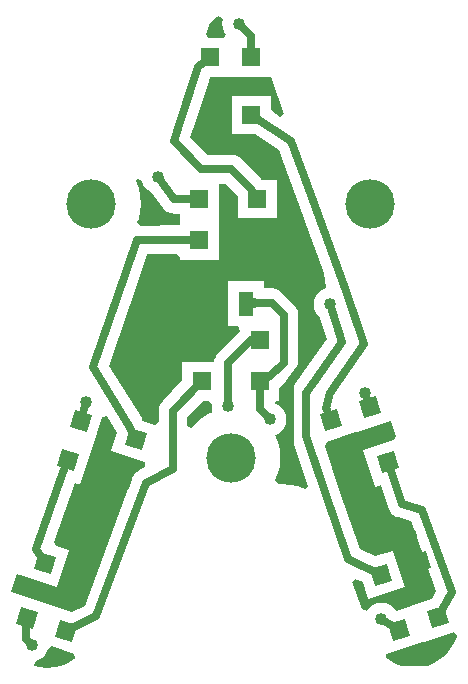
<source format=gtl>
%FSLAX25Y25*%
%MOIN*%
G70*
G01*
G75*
G04 Layer_Physical_Order=1*
G04 Layer_Color=255*
%ADD10R,0.05000X0.08000*%
%ADD11R,0.05906X0.05906*%
%ADD12P,0.08352X4X297.0*%
%ADD13P,0.08352X4X207.0*%
%ADD14R,0.05906X0.05906*%
%ADD15P,0.08352X4X153.0*%
%ADD16C,0.02500*%
%ADD17C,0.16500*%
%ADD18C,0.04000*%
G36*
X542283Y432710D02*
X542420Y432424D01*
X540472Y426429D01*
X551727Y422772D01*
X551839Y421276D01*
X549857Y420285D01*
X549405Y419979D01*
X548943Y419689D01*
X548888Y419630D01*
X548821Y419585D01*
X548463Y419172D01*
X548092Y418772D01*
X548055Y418701D01*
X548002Y418640D01*
X547763Y418149D01*
X547508Y417666D01*
X531666Y374939D01*
X527460Y372836D01*
X521507Y374771D01*
Y374771D01*
X521507Y374771D01*
X521329Y374828D01*
X520498Y375098D01*
D01*
X520498Y375098D01*
D01*
D01*
D01*
X520498Y375098D01*
D01*
Y375098D01*
X508224Y379086D01*
X508224Y379086D01*
X508224D01*
X507091Y379482D01*
X509185Y385489D01*
X510197Y385160D01*
X510197Y385160D01*
X522471Y381172D01*
X526459Y393446D01*
X522031Y394884D01*
X521367Y396229D01*
X528307Y415893D01*
X530140Y415297D01*
X534128Y427571D01*
X534128Y427571D01*
X534128D01*
D01*
D01*
Y427571D01*
X534398Y428402D01*
X534398D01*
X534398Y428402D01*
X537487Y437907D01*
X538976Y438085D01*
X542283Y432710D01*
D02*
G37*
G36*
X635375Y431658D02*
X634708Y430314D01*
X624502Y426998D01*
X628490Y414724D01*
X630215Y415285D01*
X632980Y407412D01*
X633141Y407093D01*
X633266Y406758D01*
X633423Y406538D01*
X633545Y406296D01*
X633783Y406030D01*
X633990Y405739D01*
X634199Y405566D01*
X634379Y405365D01*
X634679Y405169D01*
X634954Y404942D01*
X635200Y404829D01*
X635426Y404681D01*
X635766Y404570D01*
X636091Y404421D01*
X640312Y403122D01*
X648748Y379924D01*
X647262Y377267D01*
X641202Y375298D01*
X641202Y375298D01*
Y375298D01*
X640371Y375028D01*
D01*
X635238Y373360D01*
X634423Y374423D01*
X633274Y375304D01*
X631936Y375858D01*
X630500Y376047D01*
X629064Y375858D01*
X627726Y375304D01*
X626577Y374423D01*
X625696Y373274D01*
X623981Y373984D01*
X620712Y383030D01*
X621828Y384033D01*
X624262Y382844D01*
X626124Y377114D01*
X638398Y381102D01*
X634410Y393375D01*
X628479Y391448D01*
X623374Y393940D01*
X616535Y413546D01*
X611585Y428396D01*
X612261Y429735D01*
X621698Y432802D01*
X621698Y432802D01*
X622529Y433072D01*
D01*
X622529Y433072D01*
X622529D01*
X633625Y436677D01*
X635375Y431658D01*
D02*
G37*
G36*
X528097Y359060D02*
X528390Y357588D01*
X527912Y357181D01*
X525926Y355964D01*
X523775Y355072D01*
X521510Y354529D01*
X519188Y354346D01*
X516866Y354529D01*
X514678Y355054D01*
X514690Y355285D01*
X515241Y356616D01*
X515436Y356642D01*
X516774Y357196D01*
X517923Y358077D01*
X518804Y359226D01*
X519358Y360564D01*
X519374Y360681D01*
X520642Y361482D01*
X528097Y359060D01*
D02*
G37*
G36*
X655693Y365061D02*
X655583Y364602D01*
X654692Y362450D01*
X653475Y360464D01*
X651962Y358693D01*
X650191Y357181D01*
X648205Y355964D01*
X646054Y355072D01*
X645752Y355000D01*
X637182D01*
X636881Y355072D01*
X634729Y355964D01*
X632743Y357181D01*
X632172Y357669D01*
X632085Y358766D01*
Y358766D01*
X632085D01*
D01*
Y358766D01*
X644359Y362754D01*
X644359Y362754D01*
Y362754D01*
X645190Y363024D01*
D01*
X645190Y363024D01*
X645190D01*
X654592Y366079D01*
X655693Y365061D01*
D02*
G37*
G36*
X597959Y538985D02*
X596782Y538054D01*
X593542Y540121D01*
Y545007D01*
X580637D01*
Y532102D01*
X588297D01*
X596539Y526844D01*
X602432Y510324D01*
X602443Y510302D01*
X602448Y510279D01*
X611391Y485968D01*
X612064Y480858D01*
X610726Y480304D01*
X609577Y479423D01*
X608696Y478274D01*
X608142Y476936D01*
X607952Y475500D01*
X608142Y474064D01*
X608696Y472726D01*
X609577Y471577D01*
X609773Y471427D01*
X612211Y463809D01*
X604092Y452271D01*
X601601Y448785D01*
X601493Y448581D01*
X601353Y448399D01*
X601200Y448032D01*
X601014Y447681D01*
X600961Y447456D01*
X600873Y447244D01*
X600821Y446850D01*
X600731Y446462D01*
X600739Y446232D01*
X600709Y446004D01*
X600698Y431538D01*
X600717Y431393D01*
X600706Y431247D01*
X600798Y430775D01*
X600860Y430298D01*
X600916Y430163D01*
X600944Y430019D01*
X606008Y414824D01*
X604911Y413802D01*
X602567Y414773D01*
X600080Y415370D01*
X597530Y415571D01*
Y415553D01*
X595886D01*
X595053Y416800D01*
X596041Y419185D01*
X596647Y421711D01*
X596851Y424300D01*
X596647Y426889D01*
X596041Y429415D01*
X595047Y431814D01*
X595056Y431840D01*
X596168Y432301D01*
X597317Y433183D01*
X598199Y434332D01*
X598753Y435670D01*
X598942Y437106D01*
X598753Y438541D01*
X598199Y439879D01*
X597317Y441028D01*
X596168Y441910D01*
X594830Y442464D01*
X594809Y442467D01*
X594791Y442485D01*
X595664Y443358D01*
X596398D01*
Y447718D01*
X596607Y447853D01*
X596735Y447995D01*
X596888Y448112D01*
X601388Y452612D01*
Y452612D01*
D01*
D01*
D01*
X601388Y452612D01*
D01*
Y452612D01*
D01*
X601388D01*
Y452612D01*
D01*
Y452612D01*
Y452612D01*
X601388D01*
D01*
D01*
Y452612D01*
D01*
D01*
D01*
D01*
D01*
D01*
Y452612D01*
D01*
D01*
X601388D01*
D01*
X601388Y452612D01*
D01*
D01*
X602149Y453605D01*
X602628Y454760D01*
X602791Y456000D01*
Y472000D01*
X602647Y473096D01*
X602628Y473240D01*
X602149Y474396D01*
X601388Y475388D01*
X597388Y479388D01*
D01*
X597388Y479388D01*
D01*
D01*
D01*
X597388Y479388D01*
X597388Y479388D01*
X596395Y480149D01*
X596057Y480289D01*
X595240Y480628D01*
X594000Y480791D01*
X591300D01*
Y483100D01*
X579300D01*
Y468100D01*
X582865D01*
X583439Y466714D01*
X576112Y459388D01*
X575351Y458395D01*
X575211Y458057D01*
X574872Y457240D01*
X574744Y456263D01*
X564202D01*
Y450084D01*
X557585Y443361D01*
X557220Y442877D01*
X556851Y442395D01*
X556844Y442378D01*
X556832Y442362D01*
X556604Y441800D01*
X556372Y441240D01*
X556370Y441221D01*
X556362Y441203D01*
X556288Y440601D01*
X556209Y440000D01*
Y436161D01*
X554995Y435280D01*
X551064Y436557D01*
X550828Y437055D01*
X550687Y437274D01*
X550580Y437511D01*
X539770Y455078D01*
X550054Y484788D01*
X550059Y484811D01*
X550069Y484832D01*
X552529Y492170D01*
X562339Y492196D01*
X563402Y491137D01*
Y490357D01*
X576307D01*
Y503263D01*
D01*
Y503263D01*
X576307Y503263D01*
Y504137D01*
X576307D01*
Y515709D01*
X578515D01*
X582693Y511532D01*
Y504137D01*
X595598D01*
Y517042D01*
X590653D01*
X590388Y517388D01*
X583888Y523888D01*
X582896Y524649D01*
X582557Y524789D01*
X581740Y525128D01*
X580500Y525291D01*
X572507D01*
X566761Y531132D01*
X568270Y535660D01*
X568270Y535660D01*
X573045Y549985D01*
Y549985D01*
X573515Y551393D01*
X579763D01*
Y551393D01*
X579763D01*
X579763Y551393D01*
X580637D01*
Y551393D01*
X593542D01*
X593542Y551393D01*
Y551393D01*
X593628Y551407D01*
X597959Y538985D01*
D02*
G37*
G36*
X577509Y571028D02*
X577669Y570502D01*
X577642Y570436D01*
X577453Y569000D01*
X577642Y567564D01*
X578196Y566226D01*
X578643Y565644D01*
X577979Y564298D01*
X572816D01*
X571948Y565521D01*
X572547Y567240D01*
X572547D01*
D01*
X572558Y567236D01*
X572558D01*
X572695Y567688D01*
X573459Y569117D01*
X574486Y570369D01*
X575738Y571396D01*
X576124Y571602D01*
X577509Y571028D01*
D02*
G37*
G36*
X574049Y442230D02*
X573952Y441500D01*
X574142Y440064D01*
X574303Y439675D01*
X572786Y439047D01*
X570572Y437690D01*
X568597Y436003D01*
X567198Y434366D01*
X565791Y434885D01*
Y438038D01*
X571026Y443358D01*
X573060D01*
X574049Y442230D01*
D02*
G37*
G36*
X550658Y516525D02*
X551196Y515226D01*
X552077Y514077D01*
X553226Y513196D01*
X553737Y512984D01*
X557636Y507667D01*
X557890Y507403D01*
X558112Y507112D01*
X558320Y506953D01*
X558501Y506763D01*
X558814Y506574D01*
X559104Y506351D01*
X559347Y506251D01*
X559571Y506115D01*
X559922Y506012D01*
X560260Y505872D01*
X560520Y505838D01*
X560772Y505765D01*
X561137Y505757D01*
X561500Y505709D01*
X563402D01*
Y504137D01*
X563402Y504137D01*
X563402Y503263D01*
X563402D01*
Y501781D01*
X550005Y501745D01*
X549170Y502991D01*
X549541Y503886D01*
X550147Y506411D01*
X550351Y509000D01*
X550147Y511589D01*
X549541Y514115D01*
X548547Y516514D01*
X548654Y516843D01*
X549272Y517099D01*
X550658Y516525D01*
D02*
G37*
D10*
X585300Y475600D02*
D03*
X574300D02*
D03*
D11*
X570654Y449810D02*
D03*
Y463590D02*
D03*
X589946Y449810D02*
D03*
Y463590D02*
D03*
X589146Y510590D02*
D03*
Y496810D02*
D03*
X569854Y510590D02*
D03*
Y496810D02*
D03*
D12*
X518328Y389303D02*
D03*
X531433Y385045D02*
D03*
X512367Y370955D02*
D03*
X525472Y366697D02*
D03*
D13*
X548603Y430572D02*
D03*
X544345Y417467D02*
D03*
X530256Y436533D02*
D03*
X525997Y423428D02*
D03*
D14*
X587090Y538554D02*
D03*
X573310D02*
D03*
X587090Y557846D02*
D03*
X573310D02*
D03*
D15*
X632633Y422856D02*
D03*
X619528Y418597D02*
D03*
X626672Y441203D02*
D03*
X630267Y385244D02*
D03*
X643372Y389503D02*
D03*
X636228Y366897D02*
D03*
X649333Y371156D02*
D03*
X613567Y436944D02*
D03*
D16*
X561000Y440000D02*
X570654Y449810D01*
X561000Y420500D02*
Y440000D01*
X552000Y416000D02*
X561000Y420500D01*
X535500Y371500D02*
X552000Y416000D01*
X529500Y368500D02*
X535500Y371500D01*
X525472Y366697D02*
X529500Y368500D01*
X515500Y394000D02*
X518328Y389303D01*
X515500Y394000D02*
X524500Y419500D01*
X525997Y423428D01*
X546500Y435000D02*
X548603Y430572D01*
X534500Y454500D02*
X546500Y435000D01*
X568500Y551500D02*
X569500Y554500D01*
X573310Y557846D01*
X587090Y538554D02*
X600500Y530000D01*
X606945Y511933D01*
X632633Y422856D02*
X637500Y409000D01*
X644000Y407000D01*
X654000Y379500D01*
X649333Y371156D02*
X654000Y379500D01*
X619500Y390500D02*
X630267Y385244D01*
X612000Y412000D02*
X619500Y390500D01*
X537500Y402000D02*
X540500Y405000D01*
X543500Y413500D02*
X544345Y417467D01*
X570500Y467000D02*
X570654Y463590D01*
X570500Y467000D02*
X574500Y471500D01*
Y474000D01*
X573000Y535500D02*
X573310Y538554D01*
X573000Y530500D02*
Y535500D01*
X624500Y404000D02*
X640500Y398500D01*
X643372Y389503D01*
X630500Y370500D02*
X636228Y366897D01*
X625000Y446000D02*
X626672Y441203D01*
X589946Y449810D02*
X590000Y444520D01*
X530256Y436533D02*
X531500Y440500D01*
X532000Y443000D01*
X512000Y368000D02*
X512367Y370955D01*
X512000Y364000D02*
Y368000D01*
Y364000D02*
X514000Y362000D01*
X587000Y561500D02*
X587090Y557846D01*
X587000Y561500D02*
Y565000D01*
X583000Y569000D02*
X587000Y565000D01*
X590000Y444520D02*
X590000Y440500D01*
X593395Y437106D01*
X531433Y385045D02*
X533319Y390314D01*
X537500Y402000D01*
X540500Y405000D02*
X542684Y411187D01*
X543500Y413500D01*
X621390Y413131D02*
X624500Y404000D01*
X619528Y418597D02*
X621390Y413131D01*
X587500Y476000D02*
X594000D01*
X598000Y472000D01*
Y456000D02*
Y472000D01*
X593500Y451500D02*
X598000Y456000D01*
X589946Y449810D02*
X593500Y451500D01*
X613500Y475500D02*
X617500Y463000D01*
X608000Y449500D02*
X617500Y463000D01*
X605500Y446000D02*
X608000Y449500D01*
X605489Y431534D02*
X605500Y446000D01*
X605489Y431534D02*
X612000Y412000D01*
X587000Y463500D02*
X589946Y463590D01*
X579500Y456000D02*
X587000Y463500D01*
X579500Y441500D02*
Y456000D01*
X563000Y463500D02*
X570654Y463590D01*
X598500Y428000D02*
X600000Y430000D01*
Y449500D01*
X608500Y460500D01*
Y464500D01*
X612000Y441000D02*
X613567Y436944D01*
X612000Y441000D02*
X613500Y446000D01*
X624746Y462188D01*
X567000Y497000D02*
X569854Y496810D01*
X545527Y486355D02*
X549079Y496951D01*
X534500Y454500D02*
X545527Y486355D01*
X549079Y496951D02*
X567000Y497000D01*
X587000Y514000D02*
X589146Y510590D01*
X580500Y520500D02*
X587000Y514000D01*
X570500Y520500D02*
X580500D01*
X561288Y529864D02*
X563725Y537175D01*
X561288Y529864D02*
X570500Y520500D01*
X563725Y537175D02*
X568500Y551500D01*
X617349Y483651D02*
X618666Y480070D01*
X606945Y511933D02*
X617349Y483651D01*
X618666Y480070D02*
X624746Y462188D01*
X574300Y475600D02*
X574600Y479200D01*
X574500Y482500D02*
X574600Y479200D01*
X574500Y482500D02*
X585000Y493000D01*
X589146Y496810D01*
X574500Y474000D02*
X574531Y475596D01*
X589146Y496810D02*
X592000Y496500D01*
X596000D01*
X603500Y504000D01*
X596500Y523000D02*
X603500Y504000D01*
X588000Y528000D02*
X596500Y523000D01*
X575000Y528000D02*
X588000D01*
X573000Y530500D02*
X575000Y528000D01*
X566500Y510500D02*
X569854Y510590D01*
X561500Y510500D02*
X566500D01*
X556000Y518000D02*
X561500Y510500D01*
D17*
X533800Y509000D02*
D03*
X626800Y508900D02*
D03*
X580300Y424300D02*
D03*
D18*
X630500Y370500D02*
D03*
X640500Y398500D02*
D03*
X621390Y413131D02*
D03*
X625000Y446000D02*
D03*
X532000Y443000D02*
D03*
X542684Y411187D02*
D03*
X533319Y390314D02*
D03*
X514000Y362000D02*
D03*
X573000Y530500D02*
D03*
X583000Y569000D02*
D03*
X593395Y437106D02*
D03*
X587500Y476000D02*
D03*
X613500Y475500D02*
D03*
X579500Y441500D02*
D03*
X563000Y463500D02*
D03*
X598500Y428000D02*
D03*
X608500Y464500D02*
D03*
X556000Y518000D02*
D03*
M02*

</source>
